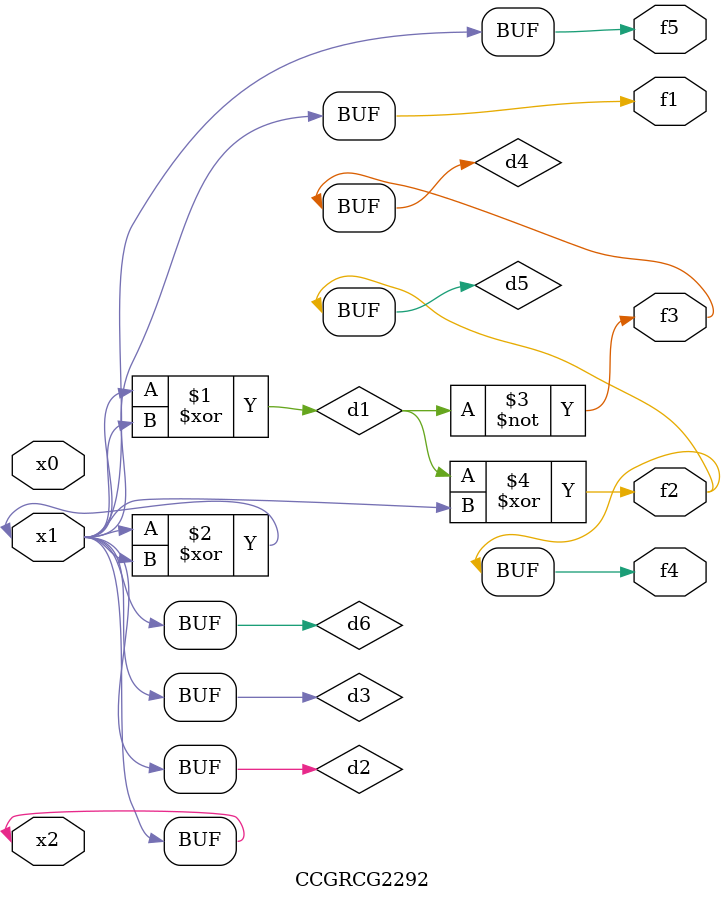
<source format=v>
module CCGRCG2292(
	input x0, x1, x2,
	output f1, f2, f3, f4, f5
);

	wire d1, d2, d3, d4, d5, d6;

	xor (d1, x1, x2);
	buf (d2, x1, x2);
	xor (d3, x1, x2);
	nor (d4, d1);
	xor (d5, d1, d2);
	buf (d6, d2, d3);
	assign f1 = d6;
	assign f2 = d5;
	assign f3 = d4;
	assign f4 = d5;
	assign f5 = d6;
endmodule

</source>
